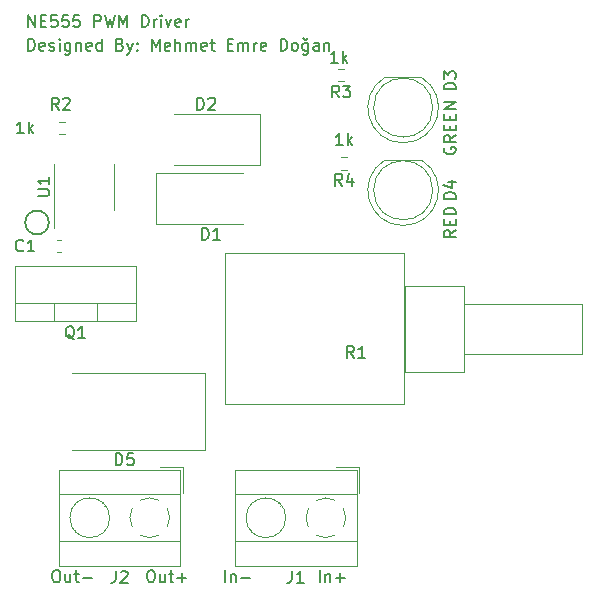
<source format=gbr>
%TF.GenerationSoftware,KiCad,Pcbnew,(6.0.2)*%
%TF.CreationDate,2022-08-06T16:36:37+03:00*%
%TF.ProjectId,NE555_PWM_Driver,4e453535-355f-4505-974d-5f4472697665,rev?*%
%TF.SameCoordinates,Original*%
%TF.FileFunction,Legend,Top*%
%TF.FilePolarity,Positive*%
%FSLAX46Y46*%
G04 Gerber Fmt 4.6, Leading zero omitted, Abs format (unit mm)*
G04 Created by KiCad (PCBNEW (6.0.2)) date 2022-08-06 16:36:37*
%MOMM*%
%LPD*%
G01*
G04 APERTURE LIST*
%ADD10C,0.150000*%
%ADD11C,0.120000*%
G04 APERTURE END LIST*
D10*
X164000000Y-95000000D02*
G75*
G03*
X164000000Y-95000000I-1000000J0D01*
G01*
X188466228Y-81474880D02*
X187894799Y-81474880D01*
X188180514Y-81474880D02*
X188180514Y-80474880D01*
X188085276Y-80617738D01*
X187990037Y-80712976D01*
X187894799Y-80760595D01*
X188894799Y-81474880D02*
X188894799Y-80474880D01*
X188990037Y-81093928D02*
X189275752Y-81474880D01*
X189275752Y-80808214D02*
X188894799Y-81189166D01*
X162261904Y-78452380D02*
X162261904Y-77452380D01*
X162833333Y-78452380D01*
X162833333Y-77452380D01*
X163309523Y-77928571D02*
X163642857Y-77928571D01*
X163785714Y-78452380D02*
X163309523Y-78452380D01*
X163309523Y-77452380D01*
X163785714Y-77452380D01*
X164690476Y-77452380D02*
X164214285Y-77452380D01*
X164166666Y-77928571D01*
X164214285Y-77880952D01*
X164309523Y-77833333D01*
X164547619Y-77833333D01*
X164642857Y-77880952D01*
X164690476Y-77928571D01*
X164738095Y-78023809D01*
X164738095Y-78261904D01*
X164690476Y-78357142D01*
X164642857Y-78404761D01*
X164547619Y-78452380D01*
X164309523Y-78452380D01*
X164214285Y-78404761D01*
X164166666Y-78357142D01*
X165642857Y-77452380D02*
X165166666Y-77452380D01*
X165119047Y-77928571D01*
X165166666Y-77880952D01*
X165261904Y-77833333D01*
X165500000Y-77833333D01*
X165595238Y-77880952D01*
X165642857Y-77928571D01*
X165690476Y-78023809D01*
X165690476Y-78261904D01*
X165642857Y-78357142D01*
X165595238Y-78404761D01*
X165500000Y-78452380D01*
X165261904Y-78452380D01*
X165166666Y-78404761D01*
X165119047Y-78357142D01*
X166595238Y-77452380D02*
X166119047Y-77452380D01*
X166071428Y-77928571D01*
X166119047Y-77880952D01*
X166214285Y-77833333D01*
X166452380Y-77833333D01*
X166547619Y-77880952D01*
X166595238Y-77928571D01*
X166642857Y-78023809D01*
X166642857Y-78261904D01*
X166595238Y-78357142D01*
X166547619Y-78404761D01*
X166452380Y-78452380D01*
X166214285Y-78452380D01*
X166119047Y-78404761D01*
X166071428Y-78357142D01*
X167833333Y-78452380D02*
X167833333Y-77452380D01*
X168214285Y-77452380D01*
X168309523Y-77500000D01*
X168357142Y-77547619D01*
X168404761Y-77642857D01*
X168404761Y-77785714D01*
X168357142Y-77880952D01*
X168309523Y-77928571D01*
X168214285Y-77976190D01*
X167833333Y-77976190D01*
X168738095Y-77452380D02*
X168976190Y-78452380D01*
X169166666Y-77738095D01*
X169357142Y-78452380D01*
X169595238Y-77452380D01*
X169976190Y-78452380D02*
X169976190Y-77452380D01*
X170309523Y-78166666D01*
X170642857Y-77452380D01*
X170642857Y-78452380D01*
X171880952Y-78452380D02*
X171880952Y-77452380D01*
X172119047Y-77452380D01*
X172261904Y-77500000D01*
X172357142Y-77595238D01*
X172404761Y-77690476D01*
X172452380Y-77880952D01*
X172452380Y-78023809D01*
X172404761Y-78214285D01*
X172357142Y-78309523D01*
X172261904Y-78404761D01*
X172119047Y-78452380D01*
X171880952Y-78452380D01*
X172880952Y-78452380D02*
X172880952Y-77785714D01*
X172880952Y-77976190D02*
X172928571Y-77880952D01*
X172976190Y-77833333D01*
X173071428Y-77785714D01*
X173166666Y-77785714D01*
X173500000Y-78452380D02*
X173500000Y-77785714D01*
X173500000Y-77452380D02*
X173452380Y-77500000D01*
X173500000Y-77547619D01*
X173547619Y-77500000D01*
X173500000Y-77452380D01*
X173500000Y-77547619D01*
X173880952Y-77785714D02*
X174119047Y-78452380D01*
X174357142Y-77785714D01*
X175119047Y-78404761D02*
X175023809Y-78452380D01*
X174833333Y-78452380D01*
X174738095Y-78404761D01*
X174690476Y-78309523D01*
X174690476Y-77928571D01*
X174738095Y-77833333D01*
X174833333Y-77785714D01*
X175023809Y-77785714D01*
X175119047Y-77833333D01*
X175166666Y-77928571D01*
X175166666Y-78023809D01*
X174690476Y-78119047D01*
X175595238Y-78452380D02*
X175595238Y-77785714D01*
X175595238Y-77976190D02*
X175642857Y-77880952D01*
X175690476Y-77833333D01*
X175785714Y-77785714D01*
X175880952Y-77785714D01*
X172547619Y-124452380D02*
X172738095Y-124452380D01*
X172833333Y-124500000D01*
X172928571Y-124595238D01*
X172976190Y-124785714D01*
X172976190Y-125119047D01*
X172928571Y-125309523D01*
X172833333Y-125404761D01*
X172738095Y-125452380D01*
X172547619Y-125452380D01*
X172452380Y-125404761D01*
X172357142Y-125309523D01*
X172309523Y-125119047D01*
X172309523Y-124785714D01*
X172357142Y-124595238D01*
X172452380Y-124500000D01*
X172547619Y-124452380D01*
X173833333Y-124785714D02*
X173833333Y-125452380D01*
X173404761Y-124785714D02*
X173404761Y-125309523D01*
X173452380Y-125404761D01*
X173547619Y-125452380D01*
X173690476Y-125452380D01*
X173785714Y-125404761D01*
X173833333Y-125357142D01*
X174166666Y-124785714D02*
X174547619Y-124785714D01*
X174309523Y-124452380D02*
X174309523Y-125309523D01*
X174357142Y-125404761D01*
X174452380Y-125452380D01*
X174547619Y-125452380D01*
X174880952Y-125071428D02*
X175642857Y-125071428D01*
X175261904Y-125452380D02*
X175261904Y-124690476D01*
X178928571Y-125452380D02*
X178928571Y-124452380D01*
X179404761Y-124785714D02*
X179404761Y-125452380D01*
X179404761Y-124880952D02*
X179452380Y-124833333D01*
X179547619Y-124785714D01*
X179690476Y-124785714D01*
X179785714Y-124833333D01*
X179833333Y-124928571D01*
X179833333Y-125452380D01*
X180309523Y-125071428D02*
X181071428Y-125071428D01*
X161880952Y-87452380D02*
X161309523Y-87452380D01*
X161595238Y-87452380D02*
X161595238Y-86452380D01*
X161500000Y-86595238D01*
X161404761Y-86690476D01*
X161309523Y-86738095D01*
X162309523Y-87452380D02*
X162309523Y-86452380D01*
X162404761Y-87071428D02*
X162690476Y-87452380D01*
X162690476Y-86785714D02*
X162309523Y-87166666D01*
X197500000Y-88666666D02*
X197452380Y-88761904D01*
X197452380Y-88904761D01*
X197500000Y-89047619D01*
X197595238Y-89142857D01*
X197690476Y-89190476D01*
X197880952Y-89238095D01*
X198023809Y-89238095D01*
X198214285Y-89190476D01*
X198309523Y-89142857D01*
X198404761Y-89047619D01*
X198452380Y-88904761D01*
X198452380Y-88809523D01*
X198404761Y-88666666D01*
X198357142Y-88619047D01*
X198023809Y-88619047D01*
X198023809Y-88809523D01*
X198452380Y-87619047D02*
X197976190Y-87952380D01*
X198452380Y-88190476D02*
X197452380Y-88190476D01*
X197452380Y-87809523D01*
X197500000Y-87714285D01*
X197547619Y-87666666D01*
X197642857Y-87619047D01*
X197785714Y-87619047D01*
X197880952Y-87666666D01*
X197928571Y-87714285D01*
X197976190Y-87809523D01*
X197976190Y-88190476D01*
X197928571Y-87190476D02*
X197928571Y-86857142D01*
X198452380Y-86714285D02*
X198452380Y-87190476D01*
X197452380Y-87190476D01*
X197452380Y-86714285D01*
X197928571Y-86285714D02*
X197928571Y-85952380D01*
X198452380Y-85809523D02*
X198452380Y-86285714D01*
X197452380Y-86285714D01*
X197452380Y-85809523D01*
X198452380Y-85380952D02*
X197452380Y-85380952D01*
X198452380Y-84809523D01*
X197452380Y-84809523D01*
X162238095Y-80452380D02*
X162238095Y-79452380D01*
X162476190Y-79452380D01*
X162619047Y-79500000D01*
X162714285Y-79595238D01*
X162761904Y-79690476D01*
X162809523Y-79880952D01*
X162809523Y-80023809D01*
X162761904Y-80214285D01*
X162714285Y-80309523D01*
X162619047Y-80404761D01*
X162476190Y-80452380D01*
X162238095Y-80452380D01*
X163619047Y-80404761D02*
X163523809Y-80452380D01*
X163333333Y-80452380D01*
X163238095Y-80404761D01*
X163190476Y-80309523D01*
X163190476Y-79928571D01*
X163238095Y-79833333D01*
X163333333Y-79785714D01*
X163523809Y-79785714D01*
X163619047Y-79833333D01*
X163666666Y-79928571D01*
X163666666Y-80023809D01*
X163190476Y-80119047D01*
X164047619Y-80404761D02*
X164142857Y-80452380D01*
X164333333Y-80452380D01*
X164428571Y-80404761D01*
X164476190Y-80309523D01*
X164476190Y-80261904D01*
X164428571Y-80166666D01*
X164333333Y-80119047D01*
X164190476Y-80119047D01*
X164095238Y-80071428D01*
X164047619Y-79976190D01*
X164047619Y-79928571D01*
X164095238Y-79833333D01*
X164190476Y-79785714D01*
X164333333Y-79785714D01*
X164428571Y-79833333D01*
X164904761Y-80452380D02*
X164904761Y-79785714D01*
X164904761Y-79452380D02*
X164857142Y-79500000D01*
X164904761Y-79547619D01*
X164952380Y-79500000D01*
X164904761Y-79452380D01*
X164904761Y-79547619D01*
X165809523Y-79785714D02*
X165809523Y-80595238D01*
X165761904Y-80690476D01*
X165714285Y-80738095D01*
X165619047Y-80785714D01*
X165476190Y-80785714D01*
X165380952Y-80738095D01*
X165809523Y-80404761D02*
X165714285Y-80452380D01*
X165523809Y-80452380D01*
X165428571Y-80404761D01*
X165380952Y-80357142D01*
X165333333Y-80261904D01*
X165333333Y-79976190D01*
X165380952Y-79880952D01*
X165428571Y-79833333D01*
X165523809Y-79785714D01*
X165714285Y-79785714D01*
X165809523Y-79833333D01*
X166285714Y-79785714D02*
X166285714Y-80452380D01*
X166285714Y-79880952D02*
X166333333Y-79833333D01*
X166428571Y-79785714D01*
X166571428Y-79785714D01*
X166666666Y-79833333D01*
X166714285Y-79928571D01*
X166714285Y-80452380D01*
X167571428Y-80404761D02*
X167476190Y-80452380D01*
X167285714Y-80452380D01*
X167190476Y-80404761D01*
X167142857Y-80309523D01*
X167142857Y-79928571D01*
X167190476Y-79833333D01*
X167285714Y-79785714D01*
X167476190Y-79785714D01*
X167571428Y-79833333D01*
X167619047Y-79928571D01*
X167619047Y-80023809D01*
X167142857Y-80119047D01*
X168476190Y-80452380D02*
X168476190Y-79452380D01*
X168476190Y-80404761D02*
X168380952Y-80452380D01*
X168190476Y-80452380D01*
X168095238Y-80404761D01*
X168047619Y-80357142D01*
X168000000Y-80261904D01*
X168000000Y-79976190D01*
X168047619Y-79880952D01*
X168095238Y-79833333D01*
X168190476Y-79785714D01*
X168380952Y-79785714D01*
X168476190Y-79833333D01*
X170047619Y-79928571D02*
X170190476Y-79976190D01*
X170238095Y-80023809D01*
X170285714Y-80119047D01*
X170285714Y-80261904D01*
X170238095Y-80357142D01*
X170190476Y-80404761D01*
X170095238Y-80452380D01*
X169714285Y-80452380D01*
X169714285Y-79452380D01*
X170047619Y-79452380D01*
X170142857Y-79500000D01*
X170190476Y-79547619D01*
X170238095Y-79642857D01*
X170238095Y-79738095D01*
X170190476Y-79833333D01*
X170142857Y-79880952D01*
X170047619Y-79928571D01*
X169714285Y-79928571D01*
X170619047Y-79785714D02*
X170857142Y-80452380D01*
X171095238Y-79785714D02*
X170857142Y-80452380D01*
X170761904Y-80690476D01*
X170714285Y-80738095D01*
X170619047Y-80785714D01*
X171476190Y-80357142D02*
X171523809Y-80404761D01*
X171476190Y-80452380D01*
X171428571Y-80404761D01*
X171476190Y-80357142D01*
X171476190Y-80452380D01*
X171476190Y-79833333D02*
X171523809Y-79880952D01*
X171476190Y-79928571D01*
X171428571Y-79880952D01*
X171476190Y-79833333D01*
X171476190Y-79928571D01*
X172714285Y-80452380D02*
X172714285Y-79452380D01*
X173047619Y-80166666D01*
X173380952Y-79452380D01*
X173380952Y-80452380D01*
X174238095Y-80404761D02*
X174142857Y-80452380D01*
X173952380Y-80452380D01*
X173857142Y-80404761D01*
X173809523Y-80309523D01*
X173809523Y-79928571D01*
X173857142Y-79833333D01*
X173952380Y-79785714D01*
X174142857Y-79785714D01*
X174238095Y-79833333D01*
X174285714Y-79928571D01*
X174285714Y-80023809D01*
X173809523Y-80119047D01*
X174714285Y-80452380D02*
X174714285Y-79452380D01*
X175142857Y-80452380D02*
X175142857Y-79928571D01*
X175095238Y-79833333D01*
X175000000Y-79785714D01*
X174857142Y-79785714D01*
X174761904Y-79833333D01*
X174714285Y-79880952D01*
X175619047Y-80452380D02*
X175619047Y-79785714D01*
X175619047Y-79880952D02*
X175666666Y-79833333D01*
X175761904Y-79785714D01*
X175904761Y-79785714D01*
X176000000Y-79833333D01*
X176047619Y-79928571D01*
X176047619Y-80452380D01*
X176047619Y-79928571D02*
X176095238Y-79833333D01*
X176190476Y-79785714D01*
X176333333Y-79785714D01*
X176428571Y-79833333D01*
X176476190Y-79928571D01*
X176476190Y-80452380D01*
X177333333Y-80404761D02*
X177238095Y-80452380D01*
X177047619Y-80452380D01*
X176952380Y-80404761D01*
X176904761Y-80309523D01*
X176904761Y-79928571D01*
X176952380Y-79833333D01*
X177047619Y-79785714D01*
X177238095Y-79785714D01*
X177333333Y-79833333D01*
X177380952Y-79928571D01*
X177380952Y-80023809D01*
X176904761Y-80119047D01*
X177666666Y-79785714D02*
X178047619Y-79785714D01*
X177809523Y-79452380D02*
X177809523Y-80309523D01*
X177857142Y-80404761D01*
X177952380Y-80452380D01*
X178047619Y-80452380D01*
X179142857Y-79928571D02*
X179476190Y-79928571D01*
X179619047Y-80452380D02*
X179142857Y-80452380D01*
X179142857Y-79452380D01*
X179619047Y-79452380D01*
X180047619Y-80452380D02*
X180047619Y-79785714D01*
X180047619Y-79880952D02*
X180095238Y-79833333D01*
X180190476Y-79785714D01*
X180333333Y-79785714D01*
X180428571Y-79833333D01*
X180476190Y-79928571D01*
X180476190Y-80452380D01*
X180476190Y-79928571D02*
X180523809Y-79833333D01*
X180619047Y-79785714D01*
X180761904Y-79785714D01*
X180857142Y-79833333D01*
X180904761Y-79928571D01*
X180904761Y-80452380D01*
X181380952Y-80452380D02*
X181380952Y-79785714D01*
X181380952Y-79976190D02*
X181428571Y-79880952D01*
X181476190Y-79833333D01*
X181571428Y-79785714D01*
X181666666Y-79785714D01*
X182380952Y-80404761D02*
X182285714Y-80452380D01*
X182095238Y-80452380D01*
X182000000Y-80404761D01*
X181952380Y-80309523D01*
X181952380Y-79928571D01*
X182000000Y-79833333D01*
X182095238Y-79785714D01*
X182285714Y-79785714D01*
X182380952Y-79833333D01*
X182428571Y-79928571D01*
X182428571Y-80023809D01*
X181952380Y-80119047D01*
X183619047Y-80452380D02*
X183619047Y-79452380D01*
X183857142Y-79452380D01*
X184000000Y-79500000D01*
X184095238Y-79595238D01*
X184142857Y-79690476D01*
X184190476Y-79880952D01*
X184190476Y-80023809D01*
X184142857Y-80214285D01*
X184095238Y-80309523D01*
X184000000Y-80404761D01*
X183857142Y-80452380D01*
X183619047Y-80452380D01*
X184761904Y-80452380D02*
X184666666Y-80404761D01*
X184619047Y-80357142D01*
X184571428Y-80261904D01*
X184571428Y-79976190D01*
X184619047Y-79880952D01*
X184666666Y-79833333D01*
X184761904Y-79785714D01*
X184904761Y-79785714D01*
X185000000Y-79833333D01*
X185047619Y-79880952D01*
X185095238Y-79976190D01*
X185095238Y-80261904D01*
X185047619Y-80357142D01*
X185000000Y-80404761D01*
X184904761Y-80452380D01*
X184761904Y-80452380D01*
X185952380Y-79785714D02*
X185952380Y-80595238D01*
X185904761Y-80690476D01*
X185857142Y-80738095D01*
X185761904Y-80785714D01*
X185619047Y-80785714D01*
X185523809Y-80738095D01*
X185952380Y-80404761D02*
X185857142Y-80452380D01*
X185666666Y-80452380D01*
X185571428Y-80404761D01*
X185523809Y-80357142D01*
X185476190Y-80261904D01*
X185476190Y-79976190D01*
X185523809Y-79880952D01*
X185571428Y-79833333D01*
X185666666Y-79785714D01*
X185857142Y-79785714D01*
X185952380Y-79833333D01*
X185523809Y-79404761D02*
X185571428Y-79500000D01*
X185666666Y-79547619D01*
X185761904Y-79547619D01*
X185857142Y-79500000D01*
X185904761Y-79404761D01*
X186857142Y-80452380D02*
X186857142Y-79928571D01*
X186809523Y-79833333D01*
X186714285Y-79785714D01*
X186523809Y-79785714D01*
X186428571Y-79833333D01*
X186857142Y-80404761D02*
X186761904Y-80452380D01*
X186523809Y-80452380D01*
X186428571Y-80404761D01*
X186380952Y-80309523D01*
X186380952Y-80214285D01*
X186428571Y-80119047D01*
X186523809Y-80071428D01*
X186761904Y-80071428D01*
X186857142Y-80023809D01*
X187333333Y-79785714D02*
X187333333Y-80452380D01*
X187333333Y-79880952D02*
X187380952Y-79833333D01*
X187476190Y-79785714D01*
X187619047Y-79785714D01*
X187714285Y-79833333D01*
X187761904Y-79928571D01*
X187761904Y-80452380D01*
X164547619Y-124452380D02*
X164738095Y-124452380D01*
X164833333Y-124500000D01*
X164928571Y-124595238D01*
X164976190Y-124785714D01*
X164976190Y-125119047D01*
X164928571Y-125309523D01*
X164833333Y-125404761D01*
X164738095Y-125452380D01*
X164547619Y-125452380D01*
X164452380Y-125404761D01*
X164357142Y-125309523D01*
X164309523Y-125119047D01*
X164309523Y-124785714D01*
X164357142Y-124595238D01*
X164452380Y-124500000D01*
X164547619Y-124452380D01*
X165833333Y-124785714D02*
X165833333Y-125452380D01*
X165404761Y-124785714D02*
X165404761Y-125309523D01*
X165452380Y-125404761D01*
X165547619Y-125452380D01*
X165690476Y-125452380D01*
X165785714Y-125404761D01*
X165833333Y-125357142D01*
X166166666Y-124785714D02*
X166547619Y-124785714D01*
X166309523Y-124452380D02*
X166309523Y-125309523D01*
X166357142Y-125404761D01*
X166452380Y-125452380D01*
X166547619Y-125452380D01*
X166880952Y-125071428D02*
X167642857Y-125071428D01*
X198452380Y-95642857D02*
X197976190Y-95976190D01*
X198452380Y-96214285D02*
X197452380Y-96214285D01*
X197452380Y-95833333D01*
X197500000Y-95738095D01*
X197547619Y-95690476D01*
X197642857Y-95642857D01*
X197785714Y-95642857D01*
X197880952Y-95690476D01*
X197928571Y-95738095D01*
X197976190Y-95833333D01*
X197976190Y-96214285D01*
X197928571Y-95214285D02*
X197928571Y-94880952D01*
X198452380Y-94738095D02*
X198452380Y-95214285D01*
X197452380Y-95214285D01*
X197452380Y-94738095D01*
X198452380Y-94309523D02*
X197452380Y-94309523D01*
X197452380Y-94071428D01*
X197500000Y-93928571D01*
X197595238Y-93833333D01*
X197690476Y-93785714D01*
X197880952Y-93738095D01*
X198023809Y-93738095D01*
X198214285Y-93785714D01*
X198309523Y-93833333D01*
X198404761Y-93928571D01*
X198452380Y-94071428D01*
X198452380Y-94309523D01*
X186928571Y-125452380D02*
X186928571Y-124452380D01*
X187404761Y-124785714D02*
X187404761Y-125452380D01*
X187404761Y-124880952D02*
X187452380Y-124833333D01*
X187547619Y-124785714D01*
X187690476Y-124785714D01*
X187785714Y-124833333D01*
X187833333Y-124928571D01*
X187833333Y-125452380D01*
X188309523Y-125071428D02*
X189071428Y-125071428D01*
X188690476Y-125452380D02*
X188690476Y-124690476D01*
X188880952Y-88452380D02*
X188309523Y-88452380D01*
X188595238Y-88452380D02*
X188595238Y-87452380D01*
X188500000Y-87595238D01*
X188404761Y-87690476D01*
X188309523Y-87738095D01*
X189309523Y-88452380D02*
X189309523Y-87452380D01*
X189404761Y-88071428D02*
X189690476Y-88452380D01*
X189690476Y-87785714D02*
X189309523Y-88166666D01*
%TO.C,J1*%
X184581666Y-124512380D02*
X184581666Y-125226666D01*
X184534047Y-125369523D01*
X184438809Y-125464761D01*
X184295952Y-125512380D01*
X184200714Y-125512380D01*
X185581666Y-125512380D02*
X185010238Y-125512380D01*
X185295952Y-125512380D02*
X185295952Y-124512380D01*
X185200714Y-124655238D01*
X185105476Y-124750476D01*
X185010238Y-124798095D01*
%TO.C,D4*%
X198452380Y-93008095D02*
X197452380Y-93008095D01*
X197452380Y-92770000D01*
X197500000Y-92627142D01*
X197595238Y-92531904D01*
X197690476Y-92484285D01*
X197880952Y-92436666D01*
X198023809Y-92436666D01*
X198214285Y-92484285D01*
X198309523Y-92531904D01*
X198404761Y-92627142D01*
X198452380Y-92770000D01*
X198452380Y-93008095D01*
X197785714Y-91579523D02*
X198452380Y-91579523D01*
X197404761Y-91817619D02*
X198119047Y-92055714D01*
X198119047Y-91436666D01*
%TO.C,R2*%
X164833333Y-85452380D02*
X164500000Y-84976190D01*
X164261904Y-85452380D02*
X164261904Y-84452380D01*
X164642857Y-84452380D01*
X164738095Y-84500000D01*
X164785714Y-84547619D01*
X164833333Y-84642857D01*
X164833333Y-84785714D01*
X164785714Y-84880952D01*
X164738095Y-84928571D01*
X164642857Y-84976190D01*
X164261904Y-84976190D01*
X165214285Y-84547619D02*
X165261904Y-84500000D01*
X165357142Y-84452380D01*
X165595238Y-84452380D01*
X165690476Y-84500000D01*
X165738095Y-84547619D01*
X165785714Y-84642857D01*
X165785714Y-84738095D01*
X165738095Y-84880952D01*
X165166666Y-85452380D01*
X165785714Y-85452380D01*
%TO.C,R4*%
X188833333Y-91882380D02*
X188500000Y-91406190D01*
X188261904Y-91882380D02*
X188261904Y-90882380D01*
X188642857Y-90882380D01*
X188738095Y-90930000D01*
X188785714Y-90977619D01*
X188833333Y-91072857D01*
X188833333Y-91215714D01*
X188785714Y-91310952D01*
X188738095Y-91358571D01*
X188642857Y-91406190D01*
X188261904Y-91406190D01*
X189690476Y-91215714D02*
X189690476Y-91882380D01*
X189452380Y-90834761D02*
X189214285Y-91549047D01*
X189833333Y-91549047D01*
%TO.C,D3*%
X198452380Y-83738095D02*
X197452380Y-83738095D01*
X197452380Y-83500000D01*
X197500000Y-83357142D01*
X197595238Y-83261904D01*
X197690476Y-83214285D01*
X197880952Y-83166666D01*
X198023809Y-83166666D01*
X198214285Y-83214285D01*
X198309523Y-83261904D01*
X198404761Y-83357142D01*
X198452380Y-83500000D01*
X198452380Y-83738095D01*
X197452380Y-82833333D02*
X197452380Y-82214285D01*
X197833333Y-82547619D01*
X197833333Y-82404761D01*
X197880952Y-82309523D01*
X197928571Y-82261904D01*
X198023809Y-82214285D01*
X198261904Y-82214285D01*
X198357142Y-82261904D01*
X198404761Y-82309523D01*
X198452380Y-82404761D01*
X198452380Y-82690476D01*
X198404761Y-82785714D01*
X198357142Y-82833333D01*
%TO.C,D1*%
X176961904Y-96452380D02*
X176961904Y-95452380D01*
X177200000Y-95452380D01*
X177342857Y-95500000D01*
X177438095Y-95595238D01*
X177485714Y-95690476D01*
X177533333Y-95880952D01*
X177533333Y-96023809D01*
X177485714Y-96214285D01*
X177438095Y-96309523D01*
X177342857Y-96404761D01*
X177200000Y-96452380D01*
X176961904Y-96452380D01*
X178485714Y-96452380D02*
X177914285Y-96452380D01*
X178200000Y-96452380D02*
X178200000Y-95452380D01*
X178104761Y-95595238D01*
X178009523Y-95690476D01*
X177914285Y-95738095D01*
%TO.C,U1*%
X163052380Y-92761904D02*
X163861904Y-92761904D01*
X163957142Y-92714285D01*
X164004761Y-92666666D01*
X164052380Y-92571428D01*
X164052380Y-92380952D01*
X164004761Y-92285714D01*
X163957142Y-92238095D01*
X163861904Y-92190476D01*
X163052380Y-92190476D01*
X164052380Y-91190476D02*
X164052380Y-91761904D01*
X164052380Y-91476190D02*
X163052380Y-91476190D01*
X163195238Y-91571428D01*
X163290476Y-91666666D01*
X163338095Y-91761904D01*
%TO.C,Q1*%
X166154761Y-104872619D02*
X166059523Y-104825000D01*
X165964285Y-104729761D01*
X165821428Y-104586904D01*
X165726190Y-104539285D01*
X165630952Y-104539285D01*
X165678571Y-104777380D02*
X165583333Y-104729761D01*
X165488095Y-104634523D01*
X165440476Y-104444047D01*
X165440476Y-104110714D01*
X165488095Y-103920238D01*
X165583333Y-103825000D01*
X165678571Y-103777380D01*
X165869047Y-103777380D01*
X165964285Y-103825000D01*
X166059523Y-103920238D01*
X166107142Y-104110714D01*
X166107142Y-104444047D01*
X166059523Y-104634523D01*
X165964285Y-104729761D01*
X165869047Y-104777380D01*
X165678571Y-104777380D01*
X167059523Y-104777380D02*
X166488095Y-104777380D01*
X166773809Y-104777380D02*
X166773809Y-103777380D01*
X166678571Y-103920238D01*
X166583333Y-104015476D01*
X166488095Y-104063095D01*
%TO.C,D5*%
X169661904Y-115552380D02*
X169661904Y-114552380D01*
X169900000Y-114552380D01*
X170042857Y-114600000D01*
X170138095Y-114695238D01*
X170185714Y-114790476D01*
X170233333Y-114980952D01*
X170233333Y-115123809D01*
X170185714Y-115314285D01*
X170138095Y-115409523D01*
X170042857Y-115504761D01*
X169900000Y-115552380D01*
X169661904Y-115552380D01*
X171138095Y-114552380D02*
X170661904Y-114552380D01*
X170614285Y-115028571D01*
X170661904Y-114980952D01*
X170757142Y-114933333D01*
X170995238Y-114933333D01*
X171090476Y-114980952D01*
X171138095Y-115028571D01*
X171185714Y-115123809D01*
X171185714Y-115361904D01*
X171138095Y-115457142D01*
X171090476Y-115504761D01*
X170995238Y-115552380D01*
X170757142Y-115552380D01*
X170661904Y-115504761D01*
X170614285Y-115457142D01*
%TO.C,R1*%
X189833333Y-106452380D02*
X189500000Y-105976190D01*
X189261904Y-106452380D02*
X189261904Y-105452380D01*
X189642857Y-105452380D01*
X189738095Y-105500000D01*
X189785714Y-105547619D01*
X189833333Y-105642857D01*
X189833333Y-105785714D01*
X189785714Y-105880952D01*
X189738095Y-105928571D01*
X189642857Y-105976190D01*
X189261904Y-105976190D01*
X190785714Y-106452380D02*
X190214285Y-106452380D01*
X190500000Y-106452380D02*
X190500000Y-105452380D01*
X190404761Y-105595238D01*
X190309523Y-105690476D01*
X190214285Y-105738095D01*
%TO.C,C1*%
X161833333Y-97357142D02*
X161785714Y-97404761D01*
X161642857Y-97452380D01*
X161547619Y-97452380D01*
X161404761Y-97404761D01*
X161309523Y-97309523D01*
X161261904Y-97214285D01*
X161214285Y-97023809D01*
X161214285Y-96880952D01*
X161261904Y-96690476D01*
X161309523Y-96595238D01*
X161404761Y-96500000D01*
X161547619Y-96452380D01*
X161642857Y-96452380D01*
X161785714Y-96500000D01*
X161833333Y-96547619D01*
X162785714Y-97452380D02*
X162214285Y-97452380D01*
X162500000Y-97452380D02*
X162500000Y-96452380D01*
X162404761Y-96595238D01*
X162309523Y-96690476D01*
X162214285Y-96738095D01*
%TO.C,J2*%
X169671666Y-124512380D02*
X169671666Y-125226666D01*
X169624047Y-125369523D01*
X169528809Y-125464761D01*
X169385952Y-125512380D01*
X169290714Y-125512380D01*
X170100238Y-124607619D02*
X170147857Y-124560000D01*
X170243095Y-124512380D01*
X170481190Y-124512380D01*
X170576428Y-124560000D01*
X170624047Y-124607619D01*
X170671666Y-124702857D01*
X170671666Y-124798095D01*
X170624047Y-124940952D01*
X170052619Y-125512380D01*
X170671666Y-125512380D01*
%TO.C,D2*%
X176561904Y-85452380D02*
X176561904Y-84452380D01*
X176800000Y-84452380D01*
X176942857Y-84500000D01*
X177038095Y-84595238D01*
X177085714Y-84690476D01*
X177133333Y-84880952D01*
X177133333Y-85023809D01*
X177085714Y-85214285D01*
X177038095Y-85309523D01*
X176942857Y-85404761D01*
X176800000Y-85452380D01*
X176561904Y-85452380D01*
X177514285Y-84547619D02*
X177561904Y-84500000D01*
X177657142Y-84452380D01*
X177895238Y-84452380D01*
X177990476Y-84500000D01*
X178038095Y-84547619D01*
X178085714Y-84642857D01*
X178085714Y-84738095D01*
X178038095Y-84880952D01*
X177466666Y-85452380D01*
X178085714Y-85452380D01*
%TO.C,R3*%
X188578609Y-84404880D02*
X188245276Y-83928690D01*
X188007180Y-84404880D02*
X188007180Y-83404880D01*
X188388133Y-83404880D01*
X188483371Y-83452500D01*
X188530990Y-83500119D01*
X188578609Y-83595357D01*
X188578609Y-83738214D01*
X188530990Y-83833452D01*
X188483371Y-83881071D01*
X188388133Y-83928690D01*
X188007180Y-83928690D01*
X188911942Y-83404880D02*
X189530990Y-83404880D01*
X189197656Y-83785833D01*
X189340514Y-83785833D01*
X189435752Y-83833452D01*
X189483371Y-83881071D01*
X189530990Y-83976309D01*
X189530990Y-84214404D01*
X189483371Y-84309642D01*
X189435752Y-84357261D01*
X189340514Y-84404880D01*
X189054799Y-84404880D01*
X188959561Y-84357261D01*
X188911942Y-84309642D01*
D11*
%TO.C,J1*%
X190055000Y-118000000D02*
X179775000Y-118000000D01*
X190055000Y-124060000D02*
X190055000Y-115940000D01*
X190055000Y-124060000D02*
X179775000Y-124060000D01*
X183385000Y-118784000D02*
X183444000Y-118726000D01*
X179775000Y-124060000D02*
X179775000Y-115940000D01*
X181305000Y-121275000D02*
X181364000Y-121216000D01*
X190055000Y-122000000D02*
X179775000Y-122000000D01*
X183555000Y-119024000D02*
X183649000Y-118931000D01*
X190295000Y-115700000D02*
X188295000Y-115700000D01*
X190055000Y-115940000D02*
X179775000Y-115940000D01*
X181100000Y-121069000D02*
X181194000Y-120976000D01*
X190295000Y-117940000D02*
X190295000Y-115700000D01*
X188939000Y-120789000D02*
G75*
G03*
X188938953Y-119210911I-1483995J789000D01*
G01*
X188244000Y-118516000D02*
G75*
G03*
X187425617Y-118319550I-788998J-1483995D01*
G01*
X185971000Y-119211000D02*
G75*
G03*
X185971047Y-120789089I1483995J-789000D01*
G01*
X186666000Y-121484000D02*
G75*
G03*
X188244089Y-121483953I789000J1483995D01*
G01*
X187455000Y-118320000D02*
G75*
G03*
X186666288Y-118516648I-2J-1679991D01*
G01*
X184055000Y-120000000D02*
G75*
G03*
X184055000Y-120000000I-1680000J0D01*
G01*
%TO.C,D4*%
X195545000Y-89710000D02*
X192455000Y-89710000D01*
X192455170Y-89710000D02*
G75*
G03*
X194000462Y-95260000I1544830J-2560000D01*
G01*
X193999538Y-95260000D02*
G75*
G03*
X195544830Y-89710000I462J2990000D01*
G01*
X196500000Y-92270000D02*
G75*
G03*
X196500000Y-92270000I-2500000J0D01*
G01*
%TO.C,R2*%
X164832776Y-87522500D02*
X165342224Y-87522500D01*
X164832776Y-86477500D02*
X165342224Y-86477500D01*
%TO.C,R4*%
X189254724Y-90522500D02*
X188745276Y-90522500D01*
X189254724Y-89477500D02*
X188745276Y-89477500D01*
%TO.C,D3*%
X195545000Y-82710000D02*
X192455000Y-82710000D01*
X192455170Y-82710000D02*
G75*
G03*
X194000462Y-88260000I1544830J-2560000D01*
G01*
X193999538Y-88260000D02*
G75*
G03*
X195544830Y-82710000I462J2990000D01*
G01*
X196500000Y-85270000D02*
G75*
G03*
X196500000Y-85270000I-2500000J0D01*
G01*
%TO.C,D1*%
X173100000Y-95150000D02*
X180400000Y-95150000D01*
X173100000Y-90850000D02*
X173100000Y-95150000D01*
X173100000Y-90850000D02*
X180400000Y-90850000D01*
%TO.C,U1*%
X169560000Y-92000000D02*
X169560000Y-93950000D01*
X164440000Y-92000000D02*
X164440000Y-95450000D01*
X169560000Y-92000000D02*
X169560000Y-90050000D01*
X164440000Y-92000000D02*
X164440000Y-90050000D01*
%TO.C,Q1*%
X171370000Y-103325000D02*
X171370000Y-98684000D01*
X164399000Y-103325000D02*
X164399000Y-101815000D01*
X171370000Y-98684000D02*
X161130000Y-98684000D01*
X161130000Y-103325000D02*
X161130000Y-98684000D01*
X171370000Y-103325000D02*
X161130000Y-103325000D01*
X171370000Y-101815000D02*
X161130000Y-101815000D01*
X168100000Y-103325000D02*
X168100000Y-101815000D01*
%TO.C,D5*%
X177200000Y-107750000D02*
X177200000Y-114250000D01*
X177200000Y-107750000D02*
X166000000Y-107750000D01*
X177200000Y-114250000D02*
X166000000Y-114250000D01*
%TO.C,R1*%
X194121000Y-100380000D02*
X199121000Y-100380000D01*
X199121000Y-100380000D02*
X199121000Y-107620000D01*
X178900000Y-97600000D02*
X178900000Y-110400000D01*
X194100000Y-97600000D02*
X194100000Y-110400000D01*
X178900000Y-97600000D02*
X194100000Y-97600000D01*
X199121000Y-101880000D02*
X209120000Y-101880000D01*
X199121000Y-106120000D02*
X209120000Y-106120000D01*
X199121000Y-101880000D02*
X199121000Y-106120000D01*
X194121000Y-100380000D02*
X194121000Y-107620000D01*
X209120000Y-101880000D02*
X209120000Y-106120000D01*
X178900000Y-110400000D02*
X194100000Y-110400000D01*
X194121000Y-107620000D02*
X199121000Y-107620000D01*
%TO.C,C1*%
X165008767Y-96490000D02*
X164716233Y-96490000D01*
X165008767Y-97510000D02*
X164716233Y-97510000D01*
%TO.C,J2*%
X164865000Y-124060000D02*
X164865000Y-115940000D01*
X175145000Y-124060000D02*
X164865000Y-124060000D01*
X175145000Y-118000000D02*
X164865000Y-118000000D01*
X175145000Y-122000000D02*
X164865000Y-122000000D01*
X166190000Y-121069000D02*
X166284000Y-120976000D01*
X168645000Y-119024000D02*
X168739000Y-118931000D01*
X168475000Y-118784000D02*
X168534000Y-118726000D01*
X175385000Y-117940000D02*
X175385000Y-115700000D01*
X175145000Y-124060000D02*
X175145000Y-115940000D01*
X166395000Y-121275000D02*
X166454000Y-121216000D01*
X175385000Y-115700000D02*
X173385000Y-115700000D01*
X175145000Y-115940000D02*
X164865000Y-115940000D01*
X173334000Y-118516000D02*
G75*
G03*
X172515617Y-118319550I-788998J-1483995D01*
G01*
X171061000Y-119211000D02*
G75*
G03*
X171061047Y-120789089I1483995J-789000D01*
G01*
X172545000Y-118320000D02*
G75*
G03*
X171756288Y-118516648I-2J-1679991D01*
G01*
X174029000Y-120789000D02*
G75*
G03*
X174028953Y-119210911I-1483995J789000D01*
G01*
X171756000Y-121484000D02*
G75*
G03*
X173334089Y-121483953I789000J1483995D01*
G01*
X169145000Y-120000000D02*
G75*
G03*
X169145000Y-120000000I-1680000J0D01*
G01*
%TO.C,D2*%
X181900000Y-90150000D02*
X181900000Y-85850000D01*
X181900000Y-90150000D02*
X174600000Y-90150000D01*
X181900000Y-85850000D02*
X174600000Y-85850000D01*
%TO.C,R3*%
X189000000Y-82000000D02*
X188490552Y-82000000D01*
X189000000Y-83045000D02*
X188490552Y-83045000D01*
%TD*%
M02*

</source>
